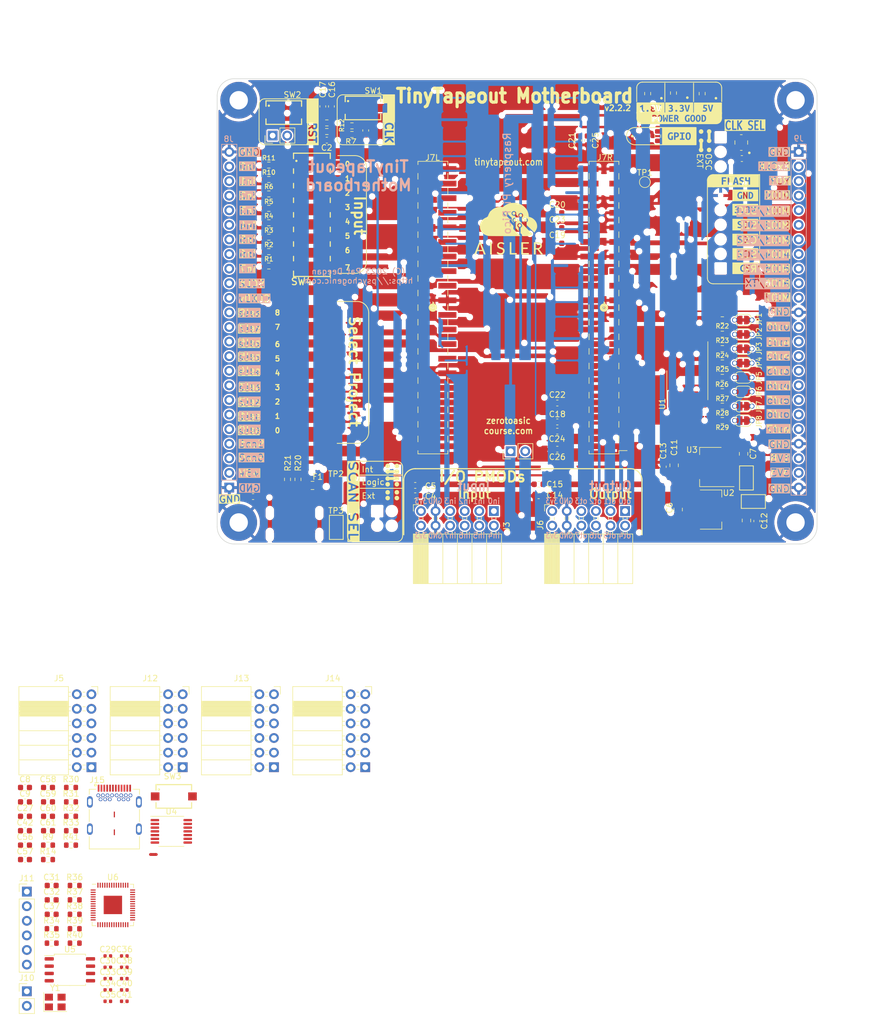
<source format=kicad_pcb>
(kicad_pcb (version 20221018) (generator pcbnew)
  (title_block (title "TinyTapeout 1,2,3 Motherboard ") (date "2023-10-01") (rev "2.2") (company "Psychogenic Technologies") (comment 1 "(C) 2023 Pat Deegan"))
  (layers (0 "F.Cu" signal) (31 "B.Cu" signal) (34 "B.Paste" user) (35 "F.Paste" user) (36 "B.SilkS" user "B.Silkscreen") (37 "F.SilkS" user "F.Silkscreen") (38 "B.Mask" user) (39 "F.Mask" user) (44 "Edge.Cuts" user))
  (net 0 "")
  (net 1 "GND")
  (net 2 "+5V")
  (net 3 "Net-(C1-Pad2)")
  (net 4 "gpio")
  (net 5 "Caravel_SCK")
  (net 6 "Caravel_D1")
  (net 7 "Caravel_D0")
  (net 8 "Caravel_CSB")
  (net 9 "xclk")
  (net 10 "+3.3V")
  (net 11 "~{project_rst}")
  (net 12 "+1V8")
  (net 13 "Net-(D1-A)")
  (net 14 "VBUS")
  (net 15 "Net-(C3-Pad1)")
  (net 16 "Net-(D2-A)")
  (net 17 "Net-(D3-A)")
  (net 18 "Net-(D4-A)")
  (net 19 "Net-(U6-XIN)")
  (net 20 "Net-(C30-Pad1)")
  (net 21 "/RP2040/DVDD")
  (net 22 "Net-(J4B-~{RST})")
  (net 23 "Net-(J1-Pin_2)")
  (net 24 "project_clk")
  (net 25 "usrclk2")
  (net 26 "mprj_io0")
  (net 27 "HK_SCK")
  (net 28 "HK_CSB")
  (net 29 "HK_SDI")
  (net 30 "HK_SDO")
  (net 31 "uio1")
  (net 32 "uio0")
  (net 33 "uio3")
  (net 34 "uio2")
  (net 35 "uio5")
  (net 36 "uio4")
  (net 37 "uio7")
  (net 38 "uio6")
  (net 39 "in0")
  (net 40 "mio33")
  (net 41 "in2")
  (net 42 "in1")
  (net 43 "in4")
  (net 44 "in3")
  (net 45 "in6")
  (net 46 "in5")
  (net 47 "out0")
  (net 48 "in7")
  (net 49 "out2")
  (net 50 "out1")
  (net 51 "out4")
  (net 52 "out3")
  (net 53 "out6")
  (net 54 "out5")
  (net 55 "ctrl_ena")
  (net 56 "out7")
  (net 57 "Net-(JP1-B)")
  (net 58 "Net-(JP2-B)")
  (net 59 "Net-(JP3-B)")
  (net 60 "Net-(JP4-B)")
  (net 61 "Net-(JP5-B)")
  (net 62 "Net-(JP6-B)")
  (net 63 "Net-(JP7-B)")
  (net 64 "Net-(JP8-B)")
  (net 66 "mio35")
  (net 67 "ctrl_sel_inc")
  (net 68 "mio37")
  (net 69 "~{ctrl_sel_rst}")
  (net 70 "/RP2040/SWDIO")
  (net 71 "/RP2040/SWCLK")
  (net 72 "Net-(R1-Pad2)")
  (net 73 "Net-(R2-Pad2)")
  (net 74 "Net-(R3-Pad2)")
  (net 75 "Net-(R4-Pad2)")
  (net 76 "Net-(R5-Pad2)")
  (net 77 "Net-(R6-Pad2)")
  (net 78 "RPIO29")
  (net 79 "/RP2040/RUN")
  (net 80 "boot_mode")
  (net 81 "/RP2040/QSPI_CLK")
  (net 82 "/RP2040/QSPI_SD0")
  (net 83 "/RP2040/QSPI_SD1")
  (net 85 "Net-(J15-CC1)")
  (net 86 "usb_d+")
  (net 87 "usb_d-")
  (net 89 "Net-(J15-CC2)")
  (net 91 "MUX_SEL")
  (net 92 "Net-(R12-Pad2)")
  (net 93 "Net-(R10-Pad2)")
  (net 94 "Net-(R11-Pad2)")
  (net 95 "Net-(R14-Pad1)")
  (net 96 "Net-(U1-A)")
  (net 97 "Net-(U1-B)")
  (net 98 "Net-(U1-C)")
  (net 99 "Net-(U1-D)")
  (net 100 "Net-(U1-E)")
  (net 101 "Net-(U1-F)")
  (net 102 "Net-(U1-G)")
  (net 103 "Net-(U1-DP)")
  (net 104 "/RP2040/QSPI_SD2")
  (net 105 "Net-(U6-XOUT)")
  (net 106 "/RP2040/QSPI_SD3")
  (net 107 "~{crst}{slash}out2")
  (net 108 "SDI{slash}out0")
  (net 109 "cena{slash}out3")
  (net 110 "SDO{slash}out1")
  (footprint "TinyTapeout:SolderJumper-2_Bridged_Throughole1" (layer "F.Cu") (at 148.145 110.51143 180)
    (fp_text reference "JP7")
    (fp_text value "SolderJumper_2_Bridged")
  )
  (footprint "Capacitor_SMD:C_0603_1608Metric" (layer "F.Cu") (at 119.46 64.25 90)
    (fp_text reference "C21")
    (fp_text value "10uF")
  )
  (footprint "Resistor_SMD:R_0603_1608Metric" (layer "F.Cu") (at 140.985 56.1 90)
    (fp_text reference "R15" hide)
    (fp_text value "1.2K")
  )
  (footprint "Connector_PinHeader_2.54mm:PinHeader_1x02_P2.54mm_Vertical" (layer "F.Cu") (at 66.16 63.4 90)
    (fp_text reference "J1" hide)
    (fp_text value "Conn_01x02")
  )
  (footprint "Capacitor_SMD:C_0603_1608Metric" (layer "F.Cu") (at 27.67 196.45)
    (fp_text reference "C32")
    (fp_text value "1uF")
  )
  (footprint "Capacitor_SMD:C_0603_1608Metric" (layer "F.Cu") (at 115.75 79.46)
    (fp_text reference "C23")
    (fp_text value "100nF")
  )
  (footprint "Capacitor_SMD:C_0402_1005Metric" (layer "F.Cu") (at 40.32 206.22)
    (fp_text reference "C36")
    (fp_text value "100nF")
  )
  (footprint "TinyTapeout:SolderJumper-2_Bridged_Throughole1" (layer "F.Cu") (at 148.145 95.51143 180)
    (fp_text reference "JP1")
    (fp_text value "SolderJumper_2_Bridged")
  )
  (footprint "Resistor_SMD:R_0603_1608Metric" (layer "F.Cu") (at 70.57 123.25 90)
    (fp_text reference "R20")
    (fp_text value "5.1k")
  )
  (footprint "MountingHole:MountingHole_3.2mm_M3_Pad" (layer "F.Cu") (at 60.25 57.25)
    (fp_text reference "MT3" hide)
    (fp_text value "MountingHole_Pad")
  )
  (footprint "Fiducial:Fiducial_1mm_Mask2mm" (layer "F.Cu") (at 152.5 133)
    (fp_text reference "FID3" hide)
    (fp_text value "Fiducial")
  )
  (footprint "Resistor_SMD:R_0603_1608Metric" (layer "F.Cu") (at 31.68 198.96)
    (fp_text reference "R38")
    (fp_text value "10k")
  )
  (footprint "TinyTapeout:PinSocket_2x06_P2.54mm_PMODHost1A" (layer "F.Cu") (at 66.39 160.65)
    (fp_text reference "J13")
    (fp_text value "613012243121")
  )
  (footprint "Capacitor_SMD:C_0805_2012Metric" (layer "F.Cu") (at 136.8 128.5 90)
    (fp_text reference "C6")
    (fp_text value "10uF")
  )
  (footprint "Resistor_SMD:R_0603_1608Metric" (layer "F.Cu") (at 65.5 76.07)
    (fp_text reference "R5")
    (fp_text value "1k")
  )
  (footprint "kibuzzard-63FCFA05" (layer "F.Cu") (at 148.5 86.5)
    (fp_text reference "kibuzzard-63FCFA05" hide)
    (fp_text value "G***" hide)
  )
  (footprint "Capacitor_SMD:C_0603_1608Metric" (layer "F.Cu") (at 23.02 186.92)
    (fp_text reference "C56")
    (fp_text value "100nF")
  )
  (footprint "Capacitor_SMD:C_0805_2012Metric" (layer "F.Cu") (at 148.2 118.8 -90)
    (fp_text reference "C7")
    (fp_text value "10uF")
  )
  (footprint "Resistor_SMD:R_0603_1608Metric" (layer "F.Cu") (at 79.975 63.2125)
    (fp_text reference "R7")
    (fp_text value "47k")
  )
  (footprint "Resistor_SMD:R_0603_1608Metric" (layer "F.Cu") (at 65.5 86.11)
    (fp_text reference "R1")
    (fp_text value "1k")
  )
  (footprint "Capacitor_SMD:C_0402_1005Metric" (layer "F.Cu") (at 37.45 206.22)
    (fp_text reference "C29")
    (fp_text value "6pF")
  )
  (footprint "Capacitor_SMD:C_0603_1608Metric" (layer "F.Cu") (at 115.75 114.86)
    (fp_text reference "C24")
    (fp_text value "100nF")
  )
  (footprint "Capacitor_SMD:C_0603_1608Metric" (layer "F.Cu") (at 23.02 176.88)
    (fp_text reference "C8")
    (fp_text value "100nF")
  )
  (footprint "kibuzzard-64031BAD" (layer "F.Cu") (at 146.4 71.3)
    (fp_text reference "kibuzzard-64031BAD" hide)
    (fp_text value "G***" hide)
  )
  (footprint "NetTie:NetTie-2_SMD_Pad0.5mm" (layer "F.Cu") (at 45.385 188.545)
    (fp_text reference "NT1" hide)
    (fp_text value "NetTie_2" hide)
  )
  (footprint "Crystal:Crystal_SMD_3225-4Pin_3.2x2.5mm" (layer "F.Cu") (at 28.29 214.23)
    (fp_text reference "Y1")
    (fp_text value "12.0MHz")
  )
  (footprint "TinyTapeout:TT_BREAKOUT_PINHEADER_PLACEHOLDER" (layer "F.Cu") (at 123.88 93.35)
    (fp_text reference "J7R")
    (fp_text value "2x20_P2.54mm_Pinheader" hide)
  )
  (footprint "Resistor_SMD:R_0603_1608Metric" (layer "F.Cu") (at 131.485 56.1 90)
    (fp_text reference "R18" hide)
    (fp_text value "0R")
  )
  (footprint "Capacitor_SMD:C_0603_1608Metric" (layer "F.Cu") (at 27.03 176.88)
    (fp_text reference "C58")
    (fp_text value "100nF")
  )
  (footprint "Capacitor_SMD:C_0603_1608Metric" (layer "F.Cu") (at 23.02 181.9)
    (fp_text reference "C27")
    (fp_text value "100nF")
  )
  (footprint "Resistor_SMD:R_0603_1608Metric" (layer "F.Cu") (at 65.5 68.54)
    (fp_text reference "R11")
    (fp_text value "1k")
  )
  (footprint "Capacitor_SMD:C_0603_1608Metric" (layer "F.Cu") (at 76.4 58.325 90)
    (fp_text reference "C16")
    (fp_text value "10uF")
  )
  (footprint "kibuzzard-63FCE867" (layer "F.Cu") (at 141.985 58.65)
    (fp_text reference "kibuzzard-63FCE867" hide)
    (fp_text value "G***" hide)
  )
  (footprint "Capacitor_SMD:C_0603_1608Metric" (layer "F.Cu") (at 91 126.1 180)
    (fp_text reference "C4")
    (fp_text value "100nF")
  )
  (footprint "Resistor_SMD:R_0603_1608Metric" (layer "F.Cu") (at 144.5 100.482858 180)
    (fp_text reference "R24")
    (fp_text value "68R")
  )
  (footprint "Resistor_SMD:R_0603_1608Metric" (layer "F.Cu") (at 144.5 95.47143 180)
    (fp_text reference "R22")
    (fp_text value "68R")
  )
  (footprint "TinyTapeout:SolderJumper-2_Bridged_Throughole1" (layer "F.Cu") (at 148.145 100.51143 180)
    (fp_text reference "JP3")
    (fp_text value "SolderJumper_2_Bridged")
  )
  (footprint "Resistor_SMD:R_0603_1608Metric" (layer "F.Cu") (at 65.5 81.09)
    (fp_text reference "R3")
    (fp_text value "1k")
  )
  (footprint "TinyTapeout:SolderJumper-2_Bridged_Throughole1" (layer "F.Cu") (at 148.145 113.01143 180)
    (fp_text reference "JP8")
    (fp_text value "SolderJumper_2_Bridged")
  )
  (footprint "Capacitor_SMD:C_0603_1608Metric" (layer "F.Cu") (at 75.6 64.2)
    (fp_text reference "C2")
    (fp_text value "100nF")
  )
  (footprint "TinyTapeout:PinSocket_2x06_P2.54mm_PMODHost1A" (layer "F.Cu") (at 50.49 160.65)
    (fp_text reference "J12")
    (fp_text value "613012243121")
  )
  (footprint "kibuzzard-63FCF9E0" (layer "F.Cu") (at 148.5 78.9)
    (fp_text reference "kibuzzard-63FCF9E0" hide)
    (fp_text value "G***" hide)
  )
  (footprint "Capacitor_SMD:C_0603_1608Metric" (layer "F.Cu") (at 115.75 113.25 180)
    (fp_text reference "C18")
    (fp_text value "100nF")
  )
  (footprint "Resistor_SMD:R_0603_1608Metric" (layer "F.Cu") (at 31.04 186.92)
    (fp_text reference "R41")
    (fp_text value "47R")
  )
  (footprint "Capacitor_SMD:C_0603_1608Metric" (layer "F.Cu") (at 23.02 184.41)
    (fp_text reference "C42")
    (fp_text value "1uF")
  )
  (footprint "TinyTapeout:434121025816" (layer "F.Cu") (at 68.1 59.4)
    (fp_text reference "SW2")
    (fp_text value "434121025816")
  )
  (footprint "Resistor_SMD:R_0603_1608Metric" (layer "F.Cu") (at 75.6 62.7 180)
    (fp_text reference "R8" hide)
    (fp_text value "10k")
  )
  (footprint "Capacitor_SMD:C_0603_1608Metric" (layer "F.Cu") (at 147.9 67.4 180)
    (fp_text reference "C28" hide)
    (fp_text value "100nF")
  )
  (footprint "TestPoint:TestPoint_Keystone_5019_Minature" (layer "F.Cu") (at 149.9 127.1)
    (fp_text reference "TP4" hide)
    (fp_text value "Keystone 5019")
  )
  (footprint "Capacitor_SMD:C_0402_1005Metric" (layer "F.Cu") (at 37.45 214.1)
    (fp_text reference "C35")
    (fp_text value "100nF")
  )
  (footprint "TinyTapeout:PinSocket_2x06_P2.54mm_PMODHost1A" (layer "F.Cu") (at 92 128.765 90)
    (fp_text reference "J3")
    (fp_text value "613012243121")
  )
  (footprint "kibuzzard-63FCF9EA" (layer "F.Cu") (at 148.5 81.5)
    (fp_text reference "kibuzzard-63FCF9EA" hide)
    (fp_text value "G***" hide)
  )
  (footprint "Connector_PinHeader_2.54mm:PinHeader_1x02_P2.54mm_Vertical" (layer "F.Cu") (at 107.625 118.35 90)
    (fp_text reference "J7" hide)
    (fp_text value "Conn_01x02")
  )
  (footprint "kibuzzard-63FE0D11" (layer "F.Cu") (at 137 63.5)
    (fp_text reference "kibuzzard-63FE0D11" hide)
    (fp_text value "G***" hide)
  )
  (footprint "Resistor_SMD:R_0603_1608Metric" (layer "F.Cu") (at 79.975 61.7125 180)
    (fp_text reference "R12")
    (fp_text value "10k")
  )
  (footprint "Capacitor_SMD:C_0603_1608Metric" (layer "F.Cu") (at 121 64.25 90)
    (fp_text reference "C25")
    (fp_text value "1uF")
  )
  (footprint "kibuzzard-63FCFA48" (layer "F.Cu") (at 148.5 73.81)
    (fp_text reference "kibuzzard-63FCFA48" hide)
    (fp_text value "G***" hide)
  )
  (footprint "MountingHole:MountingHole_3.2mm_M3_Pad" (layer "F.Cu") (at 157.25 57.25)
    (fp_text reference "MT4" hide)
    (fp_text value "MountingHole_Pad")
  )
  (footprint "Capacitor_SMD:C_0805_2012Metric" (layer "F.Cu") (at 136.1 120.8 90)
    (fp_text reference "C11")
    (fp_text value "22uF")
  )
  (footprint "MountingHole:MountingHole_3.2mm_M3_Pad" (layer "F.Cu") (at 157.25 130.75)
    (fp_text reference "MT2" hide)
    (fp_text value "MountingHole_Pad")
  )
  (footprint "Capacitor_SMD:C_0603_1608Metric" (layer "F.Cu") (at 91 124.3)
    (fp_text reference "C5")
    (fp_text value "1uF")
  )
  (footprint "Resistor_SMD:R_0603_1608Metric" (layer "F.Cu") (at 75.6 61.2)
    (fp_text reference "R13" hide)
    (fp_text value "1k")
  )
  (footprint "Resistor_SMD:R_0603_1608Metric" (layer "F.Cu") (at 68.75 123.25 90)
    (fp_text reference "R21")
    (fp_text value "5.1k")
  )
  (footprint "TinyTapeout:PinSocket_2x06_P2.54mm_PMODHost1A" (layer "F.Cu") (at 34.59 160.65)
    (fp_text reference "J5")
    (fp_text value "613012243121")
  )
  (footprint "Resistor_SMD:R_0603_1608Metric" (layer "F.Cu") (at 65.5 83.6)
    (fp_text reference "R2")
    (fp_text value "1k")
  )
  (footprint "TinyTapeout:418121270808" (layer "F.Cu") (at 73 77.2 -90)
    (fp_text reference "SW4")
    (fp_text value "418121270808")
  )
  (footprint "Resistor_SMD:R_0603_1608Metric" (layer "F.Cu") (at 133.25 63.5 -90)
    (fp_text reference "R19" hide)
    (fp_text value "510")
  )
  (footprint "TinyTapeout:SolderJumper-2_Bridged_Throughole1" (layer "F.Cu") (at 148.145 98.01143 180)
    (fp_text reference "JP2")
    (fp_text value "SolderJumper_2_Bridged")
  )
  (footprint "Capacitor_SMD:C_0402_1005Metric" (layer "F.Cu") (at 37.45 208.19)
    (fp_text reference "C30")
    (fp_text value "6pF")
  )
  (footprint "Resistor_SMD:R_0603_1608Metric" (layer "F.Cu") (at 144.5 110.505714 180)
    (fp_text reference "R28")
    (fp_text value "68R")
  )
  (footprint "Capacitor_SMD:C_0402_1005Metric" (layer "F.Cu") (at 40.32 210.16)
    (fp_text reference "C39")
    (fp_text value "100nF")
  )
  (footprint "Display_7Segment:KCSC02-106" (layer "F.Cu") (at 138.405 104.34143 90)
    (fp_text reference "U1")
    (fp_text value "157112V12700")
  )
  (footprint "TestPoint:TestPoint_Keystone_5019_Minature" (layer "F.Cu") (at 148.7 123 -90)
    (fp_text reference "TP5" hide)
    (fp_text value "Keystone 5019")
  )
  (footprint "Resistor_SMD:R_0603_1608Metric" (layer "F.Cu") (at 144.5 97.977144 180)
    (fp_text reference "R23")
    (fp_text value "68R")
  )
  (footprint "Capacitor_SMD:C_0402_1005Metric" (layer "F.Cu") (at 40.32 208.19)
    (fp_text reference "C38")
    (fp_text value "100nF")
  )
  (footprint "TinyTapeout:WURTH_632723X00011" (layer "F.Cu") (at 38.59 181.58)
    (fp_text reference "J15")
    (fp_text value "632723300011")
  )
  (footprint "Package_SO:SOIC-8_5.23x5.23mm_P1.27mm" (layer "F.Cu") (at 30.84 208.62)
    (fp_text reference "U5")
    (fp_text value "W25Q32JVSS")
  )
  (footprint "kibuzzard-63FCE859" (layer "F.Cu") (at 131.985 58.65)
    (fp_text reference "kibuzzard-63FCE859" hide)
    (fp_text value "G***" hide)
  )
  (footprint "Capacitor_SMD:C_0603_1608Metric" (layer "F.Cu") (at 27.67 198.96)
    (fp_text reference "C37")
    (fp_text value "1uF")
  )
  (footprint "Resistor_SMD:R_0603_1608Metric" (layer "F.Cu") (at 27.67 203.98)
    (fp_text reference "R35")
    (fp_text value "10k")
  )
  (footprint "Connector_PinHeader_2.54mm:PinHeader_1x02_P2.54mm_Vertical" (layer "F.Cu") (at 23.34 212.36)
    (fp_text reference "J10")
    (fp_text value "Conn_01x02")
  )
  (footprint "Package_DFN_QFN:QFN-56-1EP_7x7mm_P0.4mm_EP3.2x3.2mm" (layer "F.Cu") (at 38.33 197.33)
    (fp_text reference "U6")
    (fp_text value "RP2040")
  )
  (footprint "Capacitor_SMD:C_0402_1005Metric" (layer "F.Cu") (at 37.45 210.16)
    (fp_text reference "C33")
    (fp_text value "100nF")
  )
  (footprint "Resistor_SMD:R_0603_1608Metric" (layer "F.Cu") (at 144.5 108 180)
    (fp_text reference "R27")
    (fp_text value "68R")
  )
  (footprint "Capacitor_SMD:C_0603_1608Metric" (layer "F.Cu") (at 115.75 76.86)
    (fp_text reference "C20")
    (fp_text value "100nF")
  )
  (footprint "Capacitor_SMD:C_0603_1608Metric" (layer "F.Cu") (at 23.02 179.39)
    (fp_text reference "C9")
    (fp_text value "1uF")
  )
  (footprint "kibuzzard-63FCF9FA" (layer "F.Cu") (at 148.5 84)
    (fp_text reference "kibuzzard-63FCF9FA" hide)
    (fp_text value "G***" hide)
  )
  (footprint "Fuse:Fuse_0805_2012Metric" (layer "F.Cu") (at 73.1 124.3)
    (fp_text reference "F1")
    (fp_text value "350mA")
  )
  (footprint "Capacitor_SMD:C_0603_1608Metric" (layer "F.Cu") (at 150.5 130.5 -90)
    (fp_text reference "C12")
    (fp_text value "100nF")
  )
  (footprint "Resistor_SMD:R_0603_1608Metric" (layer "F.Cu") (at 31.68 203.98)
    (fp_text reference "R40")
    (fp_text value "10k")
  )
  (footprint "Resistor_SMD:R_0603_1608Metric" (layer "F.Cu") (at 31.68 196.45)
    (fp_text reference "R37")
    (fp_text value "1k")
  )
  (footprint "Capacitor_SMD:C_0603_1608Metric" (layer "F.Cu") (at 115.75 118)
    (fp_text reference "C26")
    (fp_text value "100nF")
  )
  (footprint "Capacitor_SMD:C_0603_1608Metric" (layer "F.Cu") (at 115.75 82.16)
    (fp_text reference "C19")
    (fp_text value "100nF")
  )
  (footprint "Oscillator:Oscillator_SMD_ECS_2520MV-xxx-xx-4Pin_2.5x2.0mm" (layer "F.Cu") (at 147.8 64.61 180)
    (fp_text reference "X1" hide)
    (fp_text value "10MHz")
  )
  (footprint "Capacitor_SMD:C_0603_1608Metric" (layer "F.Cu") (at 112.5 124.1)
    (fp_text reference "C15")
    (fp_text value "1uF")
  )
  (footprint "TinyTapeout:434121025816" (layer "F.Cu") (at 48.945 178.435)
    (fp_text reference "SW3")
    (fp_text value "434121025816")
  )
  (footprint "Resistor_SMD:R_0603_1608Metric" (layer "F.Cu") (at 62.75 124.75 180)
    (fp_text reference "R16" hide)
    (fp_text value "1M")
  )
  (footprint "Capacitor_SMD:C_0603_1608Metric" (layer "F.Cu") (at 74.9 58.325 90)
    (fp_text reference "C17")
    (fp_text value "1uF")
  )
  (footprint "Package_TO_SOT_SMD:SOT-223-3_TabPin2" (layer "F.Cu") (at 142.45 121.1 180)
    (fp_text reference "U3")
    (fp_text value "TLV1117LV18")
  )
  (footprint "Package_SO:TSSOP-14_4.4x5mm_P0.65mm" (layer "F.Cu") (at 48.51 184.52)
    (fp_text reference "U4")
    (fp_text value "74CBTLV3257")
  )
  (footprint "TinyTapeout:434121025816" (layer "F.Cu") (at 81.9 58.6)
    (fp_text reference "SW1")
    (fp_text value "434121025816")
  )
  (footprint "Capacitor_SMD:C_0603_1608Metric" (layer "F.Cu") (at 62.75 126.25 180)
    (fp_text reference "C3" hide)
    (fp_text value "6800pF")
  )
  (footprint "Fiducial:Fiducial_1mm_Mask2mm" (layer "F.Cu") (at 152 55.5)
    (fp_text reference "FID2" hide)
    (fp_text value "Fiducial")
  )
  (footprint "Resistor_SMD:R_0603_1608Metric" (layer "F.Cu") (at 135.985 56 90)
    (fp_text reference "R17" hide)
    (fp_text value "510")
  )
  (footprint "Capacitor_SMD:C_0402_1005Metric" (layer "F.Cu") (at 37.45 212.13)
    (fp_text reference "C34")
    (fp_text value "100nF")
  )
  (footprint "TinyTapeout:SolderJumper-2_Bridged_Throughole1" (layer "F.Cu") (at 148.145 105.51143 180)
    (fp_text reference "JP5")
    (fp_text value "SolderJumper_2_Bridged")
  )
  (footprint "Resistor_SMD:R_0603_1608Metric" (layer "F.Cu") (at 31.04 179.39)
    (fp_text reference "R31")
    (fp_text value "10k")
  )
  (footprint "LOGO" (layer "F.Cu") (at 107.25 78)
    (fp_text reference "G***" hide)
    (fp_text value "LOGO" hide)
  )
  (footprint "Capacitor_SMD:C_0603_1608Metric" (layer "F.Cu") (at 27.03 181.9)
    (fp_text reference "C60")
    (fp_text value "100nF")
  )
  (footprint "Package_TO_SOT_SMD:SOT-223-3_TabPin2" (layer "F.Cu") (at 142.5 128.5)
    (fp_text reference "U2")
    (fp_text value "TLV1117LV33")
  )
  (footprint "Resistor_SMD:R_0603_1608Metric" (layer "F.Cu") (at 144.5 102.988572 180)
    (fp_text reference "R25")
    (fp_text value "68R")
  )
  (footprint "TinyTapeout:PinSocket_2x06_P2.54mm_PMODHost1A" (layer "F.Cu") (at 82.29 160.65)
    (fp_text reference "J14")
    (fp_text value "613012243121")
  )
  (footprint "Fiducial:Fiducial_1mm_Mask2mm" (layer "F.Cu") (at 66 55.5)
    (fp_text reference "FID1" hide)
    (fp_text value "Fiducial")
  )
  (footprint "Resistor_SMD:R_0603_1608Metric" (layer "F.Cu") (at 144.5 113.01143 180)
    (fp_text reference "R29")
    (fp_text value "68R")
  )
  (footprint "Capacitor_SMD:C_0603_1608Metric" (layer "F.Cu") (at 27.03 184.41)
    (fp_text reference "C61")
    (fp_text value "1uF")
  )
  (footprint "Resistor_SMD:R_0603_1608Metric" (layer "F.Cu") (at 65.5 73.56)
    (fp_text reference "R6")
    (fp_text value "1k")
  )
  (footprint "TinyTapeout:SolderJumper-2_Bridged_Throughole1" (layer "F.Cu") (at 148.145 108.01143 180)
    (fp_text reference "JP6")
    (fp_text value "SolderJumper_2_Bridged")
  )
  (footprint "TinyTapeout:TT03_BREAKOUT_SMB" (layer "F.Cu") (at 108.975 93.35 180)
    (fp_text reference "J4" hide)
    (fp_text value "TT04_BREAKOUT")
  )
  (footprint "Connector_PinHeader_2.54mm:PinHeader_1x06_P2.54mm_Vertical" (layer "F.Cu") (at 23.34 195.01)
    (fp_text reference "J11")
    (fp_text value "Conn_01x06")
  )
  (footprint "kibuzzard-6404270D" (layer "F.Cu") (at 136.985 60.4)
    (fp_text reference "kibuzzard-6404270D" hide)
    (fp_text value "G***" hide)
  )
  (footprint "Resistor_SMD:R_0603_1608Metric" (layer "F.Cu") (at 65.5 71.05)
    (fp_text reference "R10")
    (fp_text value "1k")
  )
  (footprint "kibuzzard-63FCF9CF" (layer "F.Cu") (at 148.5 76.3)
    (fp_text reference "kibuzzard-63FCF9CF" hide)
    (fp_text value "G***" hide)
  )
  (footprint "LED_SMD:LED_0603_1608Metric" (layer "F.Cu") (at 137.5 56 90)
    (fp_text reference "D2" hide)
    (fp_text value "Yellow")
  )
  (footprint "Resistor_SMD:R_0603_1608Metric" (layer "F.Cu") (at 31.04 176.88)
    (fp_text reference "R30")
    (fp_text value "10k")
  )
  (footprint "Resistor_SMD:R_0603_1608Metric" (layer "F.Cu") (at 144.5 105.494286 180)
    (fp_text reference "R26")
    (fp_text value "68R")
  )
  (footprint "Capacitor_SMD:C_0402_1005Metric" (layer "F.Cu") (at 40.32 214.1)
    (fp_text reference "C41")
    (fp_text value "100nF")
  )
  (footprint "Capacitor_SMD:C_0603_1608Metric" (layer "F.Cu") (at 134.2 121.05 90)
    (fp_text reference "C13")
    (fp_text value "100nF")
  )
  (footprint "TinyTapeout:PinSocket_2x06_P2.54mm_PMODHost1A" (layer "F.Cu") (at 114.86 128.765 90)
    (fp_text reference "J6")
    (fp_text value "613012243121")
  )
  (footprint "TinyTapeout:SolderJumper-2_Bridged_Throughole1" (layer "F.Cu") (at 148.145 103.01143 180)
    (fp_text reference "JP4")
    (fp_text value "SolderJumper_2_Bridged")
  )
  (footprint "Capacitor_SMD:C_0603_1608Metric" (layer "F.Cu") (at 23.02 189.43)
    (fp_text reference "C57")
    (fp_text value "1uF")
  )
  (footprint "TestPoint:TestPoint_Keystone_5019_Minature" (layer "F.Cu") (at 77.25 131.6 90)
    (fp_text reference "TP3")
    (fp_text value "Keystone 5019")
  )
  (footprint "Capacitor_SMD:C_0603_1608Metric" (layer "F.Cu") (at 112.5 126.1 180)
    (fp_text reference "C14")
    (fp_text value "100nF")
  )
  (footprint "LED_SMD:LED_0603_1608Metric" (layer "F.Cu") (at 132.985 56.1 90)
    (fp_text reference "D3" hide)
    (fp_text value "Yellow")
  )
  (footprint "Resistor_SMD:R_0603_1608Metric" (layer "F.Cu") (at 27.67 201.47)
    (fp_text reference "R34")
    (fp_text value "10k")
  )
  (footprint "Resistor_SMD:R_0603_1608Metric" (layer "F.Cu") (at 27.03 186.92)
    (fp_text reference "R9")
    (fp_text value "10k")
  )
  (footprint "Resistor_SMD:R_0603_1608Metric" (layer "F.Cu") (at 31.04 184.41)
    (fp_text reference "R33")
    (fp_text value "10k")
  )
  (footprint "LED_SMD:LED_0603_1608Metric" (layer "F.Cu") (at 142.485 56.1 90)
    (fp_text reference "D1" hide)
    (fp_text value "Yellow")
  )
  (footprint "TestPoint:TestPoint_Pad_D1.5mm" (layer "F.Cu") (at 131 71.5)
    (fp_text reference "TP1")
    (fp_text value "TestPoint")
  )
  (footprint "Resistor_SMD:R_0603_1608Metric" (layer "F.Cu") (at 31.68 201.47)
    (fp_text reference "R39")
    (fp_text value "10k")
  )
  (footprint "Capacitor_SMD:C_0805_2012Metric" (layer "F.Cu") (at 148.7 130.4 -90)
    (fp_text reference "C10" hide)
    (fp_text value "22uF")
  )
  (footprint "TinyTapeout:TT_BREAKOUT_PINHEADER_PLACEHOLDER" (layer "F.Cu") (at 94.07 93.35)
    (fp_text reference "J7L")
    (fp_text value "2x20_P2.54mm_Pinheader" hide)
  )
  (footprint "LED_SMD:LED_0603_1608Metric" (layer "F.Cu") (at 130.5 63.5)
    (fp_text reference "D4" hide)
    (fp_text value "Yellow")
  )
  (footprint "Resistor_SMD:R_0603_1608Metric" (layer "F.Cu") (at 31.04 181.9)
    (fp_text reference "R32")
    (fp_text value "10k")
  )
  (footprint "MountingHole:MountingHole_3.2mm_M3_Pad" (layer "F.Cu") (at 60.25 130.75 90)
    (fp_text reference "MT1" hide)
    (fp_text value "MountingHole_Pad")
  )
  (footprint "Resistor_SMD:R_0603_1608Metric" (layer "F.Cu") (at 65.5 78.58)
    (fp_text reference "R4")
    (fp_text value "1k")
  )
  (footprint "Capacitor_SMD:C_0402_1005Metric" (layer "F.Cu") (at 40.32 212.13)
    (fp_text reference "C40")
    (fp_text value "100nF")
  )
  (footprint "Capacitor_SMD:C_0603_1608Metric" (layer "F.Cu") (at 82.375 62.5125 -90)
    (fp_text reference "C1")
    (fp_text value "1uF")
  )
  (footprint "TestPoint:TestPoint_Keystone_5019_Minature" (layer "F.Cu") (at 77.25 125.25 90)
    (fp_text reference "TP2")
    (fp_text value "Keystone 5019")
  )
  (footprint "Resistor_SMD:R_0603_1608Metric" (layer "F.Cu") (at 31.68 193.94)
    (fp_text reference "R36")
    (fp_text value "10k")
  )
  (footprint "Capacitor_SMD:C_0603_1608Metric" (layer "F.Cu") (at 27.03 179.39)
    (fp_text reference "C59")
    (fp_text value "1uF")
  )
  (footprint "LOGO" (layer "F.Cu") (at 107.25 82.75)
    (fp_text reference "G***" hide)
    (fp_text value "LOGO" hide)
  )
  (footprint "kibuzzard-63FCE860" (layer "F.Cu") (at 136.985 58.65)
    (fp_text reference "kibuzzard-63FCE860" hide)
    (fp_text value "G***" hide)
  )
  (footprint "Capacitor_SMD:C_0603_1608Metric" (layer "F.Cu") (at 27.67 193.94)
    (fp_text reference "C31")
    (fp_text value "100nF")
  )
  (footprint "Capacitor_SMD:C_0603_1608Metric" (layer "F.Cu") (at 115.75 109.96)
    (fp_text reference "C22")
    (fp_text value "100nF")
  )
  (footprint "Resistor_SMD:R_0603_1608Metric" (layer "F.Cu") (at 27.03 189.43)
    (fp_text reference "R14")
    (fp_text value "1k")
  )
  (footprint "Connector_PinHeader_2.54mm:PinHeader_1x24_P2.54mm_Vertical" (layer "B.Cu") (at 58.6 124.67)
    (fp_text reference "J8")
    (fp_text value "Conn_01x24")
  )
  (footprint "Connector_PinHeader_2.54mm:PinHeader_1x24_P2.54mm_Vertical" (layer "B.Cu") (at 157.8 66.24 180)
    (fp_text reference "J9")
    (fp_text value "Conn_01x24")
  )
  (gr_line (start 139.9 65) (end 139.9 62) (stroke (width 0.15)) (layer "F.SilkS"))
  (gr_circle (center 142.2 64.3) (end 142.2 64.1) (stroke (width 0.3)) (fill none) (layer "F.SilkS"))
  (gr_circle (center 86.2 121.9) (end 86.4 121.9) (stroke (width 0.3)) (fill none) (layer "F.SilkS"))
  (gr_circle (center 87.8 121.9) (end 88 121.9) (stroke (width 0.4)) (fill none) (layer "F.SilkS"))
  (gr_circle (center 87.8 126.5) (end 88 126.5) (stroke (width 0.4)) (fill none) (layer "F.SilkS"))
  (gr_line (start 87.8 134.1) (end 80.2 134.1) (stroke (width 0.15)) (layer "F.SilkS"))
  (gr_circle (center 87.8 120.9) (end 88 120.9) (stroke (width 0.3)) (fill none) (layer "F.SilkS"))
  (gr_line (start 78.400001 64.999999) (end 85.4 65) (stroke (width 0.15)) (layer "F.SilkS"))
  (gr_circle (center 140.8 62.7) (end 140.8 62.5) (stroke (width 0.3)) (fill none) (layer "F.SilkS"))
  (gr_line (start 77.4 92.28) (end 80.8 92.28) (stroke (width 0.15)) (layer "F.SilkS"))
  (gr_line (start 129.3 65) (end 139.8 65) (stroke (width 0.15)) (layer "F.SilkS"))
  (gr_circle (center 86.2 123.1) (end 86.4 123.1) (stroke (width 0.4)) (fill none) (layer "F.SilkS"))
  (gr_line (start 129.585 55.1) (end 129.585 57.5) (stroke (width 0.15)) (layer "F.SilkS"))
  (gr_circle (center 87.8 126.5) (end 88 126.5) (stroke (width 0.3)) (fill none) (layer "F.SilkS"))
  (gr_line (start 77.4 63.999999) (end 77.4 57.3) (stroke (width 0.15)) (layer "F.SilkS"))
  (gr_circle (center 86.2 126.5) (end 86.4 126.5) (stroke (width 0.3)) (fill none) (layer "F.SilkS"))
  (gr_circle (center 140.8 65.9) (end 140.8 65.7) (stroke (width 0.3)) (fill none) (layer "F.SilkS"))
  (gr_line (start 80.5 66.89) (end 77.5 66.89) (stroke (width 0.15)) (layer "F.SilkS"))
  (gr_line (start 78.4 56.3) (end 85.399999 56.299999) (stroke (width 0.15)) (layer "F.SilkS"))
  (gr_circle (center 142.2 65.9) (end 142.2 65.7) (stroke (width 0.3)) (fill none) (layer "F.SilkS"))
  (gr_poly (pts (xy 144.365 60.38) (xy 143.565 60.38) (xy 143.565 59.38) (xy 144.365 59.38)) (stroke (width 0.14)) (fill solid) (layer "F.SilkS"))
  (gr_poly (pts (xy 87.4 56.3) (xy 87.4 57.7) (xy 85.4 57.7) (xy 85.4 56.3)) (stroke (width 0.15)) (fill solid) (layer "F.SilkS"))
  (gr_circle (center 140.8 62.7) (end 140.8 62.5) (stroke (width 0.4)) (fill none) (layer "F.SilkS"))
  (gr_line (start 64.8 57) (end 74.1 57) (stroke (width 0.15)) (layer "F.SilkS"))
  (gr_circle (center 87.8 125.5) (end 88 125.5) (stroke (width 0.4)) (fill none) (layer "F.SilkS"))
  (gr_line (start 139.485 54.3) (end 139.485 57.5) (stroke (width 0.15)) (layer "F.SilkS"))
  (gr_arc (start 128.5 121.39) (mid 129.914214 121.975786) (end 130.5 123.39) (stroke (width 0.2)) (layer "F.SilkS"))
  (gr_circle (center 140.8 65.9) (end 140.8 65.7) (stroke (width 0.4)) (fill none) (layer "F.SilkS"))
  (gr_circle (center 142.2 65.9) (end 142.2 65.7) (stroke (width 0.4)) (fill none) (layer "F.SilkS"))
  (gr_arc (start 82.5 85.39) (mid 81.914214 86.804214) (end 80.5 87.39) (stroke (width 0.15)) (layer "F.SilkS"))
  (gr_line (start 130.5 132.89) (end 130.5 123.39) (stroke (width 0.2)) (layer "F.SilkS"))
  (gr_poly (pts (xy 130.405 60.39) (xy 129.605 60.39) (xy 129.605 59.39) (xy 130.405 59.39)) (stroke (width 0.14)) (fill solid) (layer "F.SilkS"))
  (gr_line (start 85.4 65) (end 85.4 59.6) (stroke (width 0.15)) (layer "F.SilkS"))
  (gr_line (start 88.8 121.1) (end 88.8 133.1) (stroke (width 0.15)) (layer "F.SilkS"))
  (gr_arc (start 129.585 55.1) (mid 129.877893 54.392893) (end 130.585 54.1) (stroke (width 0.15)) (layer "F.SilkS"))
  (gr_line (start 134.485 54.1) (end 130.585 54.1) (stroke (width 0.15)) (layer "F.SilkS"))
  (gr_line (start 129.3 62) (end 139.8 62) (stroke (width 0.15)) (layer "F.SilkS"))
  (gr_arc (start 79.2 121.1) (mid 79.492893 120.392893) (end 80.2 120.1) (stroke (width 0.15)) (layer "F.SilkS"))
  (gr_circle (center 86.2 125.5) (end 86.4 125.5) (stroke (width 0.4)) (fill none) (layer "F.SilkS"))
  (gr_line (start 151 89.17) (end 151 70.17) (stroke (width 0.15)) (layer "F.SilkS"))
  (gr_poly (pts (xy 141.9 71.45) (xy 141.9 72.35) (xy 143.1 72.35) (xy 143.1 71.45)) (stroke (width 0.0925)) (fill solid) (layer "F.SilkS"))
  (gr_line (start 144.385 55.1) (end 144.385 57.5) (stroke (width 0.15)) (layer "F.SilkS"))
  (gr_circle (center 86.2 123.1) (end 86.4 123.1) (stroke (width 0.3)) (fill none) (layer "F.SilkS"))
  (gr_circle (center 86.2 124.1) (end 86.4 124.1) (stroke (width 0.4)) (fill none) (layer "F.SilkS"))
  (gr_arc (start 88.8 133.1) (mid 88.507107 133.807107) (end 87.8 134.1) (stroke (width 0.15)) (layer "F.SilkS"))
  (gr_circle (center 86.2 120.9) (end 86.4 120.9) (stroke (width 0.3)) (fill none) (layer "F.SilkS"))
  (gr_circle (center 87.8 124.1) (end 88 124.1) (stroke (width 0.3)) (fill none) (layer "F.SilkS"))
  (gr_circle (center 86.2 125.5) (end 86.4 125.5) (stroke (width 0.3)) (fill none) (layer "F.SilkS"))
  (gr_line (start 80.9 116.98) (end 77.4 116.98) (stroke (width 0.15)) (layer "F.SilkS"))
  (gr_circle (center 86.2 124.1) (end 86.4 124.1) (stroke (width 0.3)) (fill none) (layer "F.SilkS"))
  (gr_circle (center 87.8 125.5) (end 88 125.5) (stroke (width 0.3)) (fill none) (layer "F.SilkS"))
  (gr_line (start 139.485 54.1) (end 143.385 54.1) (stroke (width 0.15)) (layer "F.SilkS"))
  (gr_circle (center 86.2 126.5) (end 86.4 126.5) (stroke (width 0.4)) (fill none) (layer "F.SilkS"))
  (gr_circle (center 142.2 64.3) (end 142.2 64.1) (stroke (width 0.4)) (fill none) (layer "F.SilkS"))
  (gr_arc (start 78.400001 64.999999) (mid 77.692894 64.707106) (end 77.400001 63.999999) (stroke (width 0.15)) (layer "F.SilkS"))
  (gr_line (start 141.9 71.2) (end 141.900001 88.199999) (stroke (width 0.15)) (layer "F.SilkS"))
  (gr_line (start 80.2 120.1) (end 87.8 120.1) (stroke (width 0.15)) (layer "F.SilkS"))
  (gr_line (start 86.2 121.9) (end 87.8 121.9) (stroke (width 0.5)) (layer "F.SilkS"))
  (gr_arc (start 141.9 71.2) (mid 142.192893 70.492893) (end 142.9 70.2) (stroke (width 0.15)) (layer "F.SilkS"))
  (gr_line (start 86.2 123.1) (end 87.8 123.1) (stroke (width 0.5)) (layer "F.SilkS"))
  (gr_line (start 142.2 64.3) (end 142.2 62.7) (stroke (width 0.5)) (layer "F.SilkS"))
  (gr_arc (start 142.900001 89.199999) (mid 142.192894 88.907106) (end 141.900001 88.199999) (stroke (width 0.15)) (layer "F.SilkS"))
  (gr_circle (center 140.8 64.3) (end 140.8 64.1) (stroke (width 0.4)) (fill none) (layer "F.SilkS"))
  (gr_line (start 64.800001 64.999999) (end 74.1 64.999999) (stroke (width 0.15)) (layer "F.SilkS"))
  (gr_line (start 128.5 121.39) (end 91 121.39) (stroke (width 0.2)) (layer "F.SilkS"))
  (gr_line (start 134.485 57.5) (end 134.485 54.3) (stroke (width 0.15)) (layer "F.SilkS"))
  (gr_arc (start 129.3 65) (mid 127.8 63.5) (end 129.3 62) (stroke (width 0.15)) (layer "F.SilkS"))
  (gr_line (start 89 123.39) (end 89 132.89) (stroke (width 0.2)) (layer "F.SilkS"))
  (gr_line (start 142.900001 89.199999) (end 150.9 89.2) (stroke (width 0.15)) (layer "F.SilkS"))
  (gr_arc (start 82.9 114.98) (mid 82.314214 116.394214) (end 80.9 116.98) (stroke (width 0.15)) (layer "F.SilkS"))
  (gr_circle (center 87.8 121.9) (end 88 121.9) (stroke (width 0.3)) (fill none) (layer "F.SilkS"))
  (gr_line (start 134.485 54.1) (end 139.485 54.1) (stroke (width 0.15)) (layer "F.SilkS"))
  (gr_line (start 88.8 122.5) (end 81.3 122.5) (stroke (width 0.15)) (layer "F.SilkS"))
  (gr_arc (start 64.800001 64.999999) (mid 64.092894 64.707106) (end 63.800001 63.999999) (stroke (width 0.15)) (layer "F.SilkS"))
  (gr_circle (center 140.8 64.3) (end 140.8 64.1) (stroke (width 0.3)) (fill none) (layer "F.SilkS"))
  (gr_line (start 88.8 124.8) (end 81.4 124.8) (stroke (width 0.15)) (layer "F.SilkS"))
  (gr_arc (start 143.385 54.1) (mid 144.092107 54.392893) (end 144.385 55.1) (stroke (width 0.15)) (layer "F.SilkS"))
  (gr_line (start 63.8 63.999999) (end 63.8 58.000001) (stroke (width 0.15)) (layer "F.SilkS"))
  (gr_circle (center 86.2 121.9) (end 86.4 121.9) (stroke (width 0.4)) (fill none) (layer "F.SilkS"))
  (gr_arc (start 89 123.39) (mid 89.585786 121.975786) (end 91 121.39) (stroke (width 0.2)) (layer "F.SilkS"))
  (gr_circle (center 86.2 120.9) (end 86.4 120.9) (stroke (width 0.4)) (fill none) (layer "F.SilkS"))
  (gr_arc (start 80.2 134.1) (mid 79.492893 133.807107) (end 79.2 133.1) (stroke (width 0.15)) (layer "F.SilkS"))
  (gr_line (start 77.5 87.39) (end 80.5 87.39) (stroke (width 0.15)) (layer "F.SilkS"))
  (gr_arc (start 80.9 92.28) (mid 82.314214 92.865786) (end 82.9 94.28) (stroke (width 0.15)) (layer "F.SilkS"))
  (gr_circle (center 142.2 62.7) (end 142.2 62.5) (stroke (width 0.4)) (fill none) (layer "F.SilkS"))
  (gr_poly (pts (xy 74.05 57.1) (xy 74.05 61.2) (xy 72.15 61.2) (xy 72.15 57.1)) (stroke (width 0.15)) (fill solid) (layer "F.SilkS"))
  (gr_arc (start 77.4 57.3) (mid 77.692893 56.592893) (end 78.4 56.3) (stroke (width 0.15)) (layer "F.SilkS"))
  (gr_line (start 79.2 133.1) (end 79.2 121.1) (stroke (width 0.15)) (layer "F.SilkS"))
  (gr_arc (start 80.5 66.89) (mid 81.914214 67.475786) (end 82.5 68.89) (stroke (width 0.15)) (layer "F.SilkS"))
  (gr_line (start 82.9 94.28) (end 82.9 114.98) (stroke (width 0.15)) (layer "F.SilkS"))
  (gr_line (start 74.1 65) (end 74.1 57) (stroke (width 0.15)) (layer "F.SilkS"))
  (gr_arc (start 87.8 120.1) (mid 88.507107 120.392893) (end 88.8 121.1) (stroke (width 0.15)) (layer "F.SilkS"))
  (gr_circle (center 87.8 123.1) (end 88 123.1) (stroke (width 0.4)) (fill none) (layer "F.SilkS"))
  (gr_line (start 142.9 70.2) (end 150.9 70.2) (stroke (width 0.15)) (layer "F.SilkS"))
  (gr_circle (center 87.8 124.1) (end 88 124.1) (stroke (width 0.4)) (fill none) (layer "F.SilkS"))
  (gr_circle (center 142.2 62.7) (end 142.2 62.5) (stroke (width 0.3)) (fill none) (layer "F.SilkS"))
  (gr_poly (pts (xy 87.4 57.8) (xy 87.4 59.4) (xy 86.2 59.4) (xy 86.2 57.8)) (stroke (width 0.15)) (fill solid) (layer "F.SilkS"))
  (gr_poly (pts (xy 87.4 59.5) (xy 87.4 61) (xy 85.5 61) (xy 85.5 59.5)) (stroke (width 0.15)) (fill solid) (layer "F.SilkS"))
  (gr_line (start 82.5 68.89) (end 82.5 85.39) (stroke (width 0.15)) (layer "F.SilkS"))
  (gr_circle (center 87.8 120.9) (end 88 120.9) (stroke (width 0.4)) (fill none) (layer "F.SilkS"))
  (gr_arc (start 63.800001 58.000001) (mid 64.092894 57.292894) (end 64.800001 57.000001) (stroke (width 0.15)) (layer "F.SilkS"))
  (gr_circle (center 87.8 123.1) (end 88 123.1) (stroke (width 0.3)) (fill none) (layer "F.SilkS"))
  (gr_poly (pts (xy 74.05 64.8) (xy 74.05 65) (xy 72.15 65) (xy 72.15 64.8)) (stroke (width 0.15)) (fill solid) (layer "F.SilkS"))
  (gr_line (start 140.8 65.9) (end 140.8 64.3) (stroke (width 0.5)) (layer "F.SilkS"))
  (gr_poly (pts (xy 87.4 64.8) (xy 87.4 65) (xy 85.5 65) (xy 85.5 64.8)) (stroke (width 0.15)) (fill solid) (layer "F.SilkS"))
  (gr_arc (start 158 53.5) (mid 160.12132 54.37868) (end 161 56.5) (stroke (width 0.1)) (layer "Edge.Cuts"))
  (gr_line (start 59.5 53.5) (end 158 53.5) (stroke (width 0.1)) (layer "Edge.Cuts"))
  (gr_line (start 158 134.5) (end 59.5 134.5) (stroke (width 0.1)) (layer "Edge.Cuts"))
  (gr_line (start 161 56.5) (end 161 131.5) (stroke (width 0.1)) (layer "Edge.Cuts"))
  (gr_arc (start 59.5 134.5) (mid 57.37868 133.62132) (end 56.5 131.5) (stroke (width 0.1)) (layer "Edge.Cuts"))
  (gr_arc (start 56.5 56.5) (mid 57.37868 54.37868) (end 59.5 53.5) (stroke (width 0.1)) (layer "Edge.Cuts"))
  (gr_line (start 56.5 131.5) (end 56.5 56.5) (stroke (width 0.1)) (layer "Edge.Cuts"))
  (gr_arc (start 161 131.5) (mid 160.12132 133.62132) (end 158 134.5) (stroke (width 0.1)) (layer "Edge.Cuts"))
  (gr_text "+5V" (at 64.099999 122.9) (layer "B.SilkS" knockout) (effects (font (size 1.2 1.2) (thickness 0.2) bold) (justify left bottom mirror)))
  (gr_text "sel7" (at 64.2 97.6) (layer "B.SilkS" knockout) (effects (font (size 1.2 1.2) (thickness 0.2) bold) (justify left bottom mirror)))
  (gr_text "GND" (at 94.5 133.6) (layer "B.SilkS") (effects (font (size 1 0.8)) (justify bottom mirror)))
  (gr_text "in5" (at 63.342857 82.2) (layer "B.SilkS" knockout) (effects (font (size 1.2 1.2) (thickness 0.2) bold) (justify left bottom mirror)))
  (gr_text "MIO1/SDO" (at 156.3 77.2) (layer "B.SilkS" knockout) (effects (font (size 1.2 1.2) (thickness 0.2) bold) (justify left bottom mirror)))
  (gr_text "GND" (at 152.4 117.9) (layer "B.SilkS" knockout) (effects (font (size 1.2 1.2) (thickness 0.2) bold) (justify right bottom mirror)))
  (gr_text "CLKDv" (at 65.9 92.5) (layer "B.SilkS" knockout) (effects (font (size 1.2 1.2) (thickness 0.2) bold) (justify left bottom mirror)))
  (gr_text "GND" (at 117.3 133.6) (layer "B.SilkS") (effects (font (size 1 0.8)) (justify bottom mirror)))
  (gr_text "TinyTapeout\nMotherboard" (at 81.1 73.2) (layer "B.SilkS") (effects (font (size 2 2) (thickness 0.4) bold) (justify bottom mirror)))
  (gr_text "sel4" (at 64.2 105) (layer "B.SilkS" knockout) (effects (font (size 1.2 1.2) (thickness 0.2) bold) (justify left bottom mirror)))
  (gr_text "MIO5/RX" (at 156.3 87.3) (layer "B.SilkS" knockout) (effects (font (size 1.2 1.2) (thickness 0.2) bold) (justify left bottom mirror)))
  (gr_text "ot3" (at 119.9 127.6) (layer "B.SilkS") (effects (font (size 1 0.9)) (justify bottom mirror)))
  (gr_text "Scn1" (at 64.842856 117.8) (layer "B.SilkS" knockout) (effects (font (size 1.2 1.2) (thickness 0.2) bold) (justify left bottom mirror)))
  (gr_text "in1" (at 63.342857 72.1) (layer "B.SilkS" knockout) (effects (font (size 1.2 1.2) (thickness 0.2) bold) (justify left bottom mirror)))
  (gr_text "out7" (at 152.057144 115.2) (layer "B.SilkS" knockout) (effects (font (size 1.2 1.2) (thickness 0.2) bold) (justify right bottom mirror)))
  (gr_text "in4" (at 63.342857 79.8) (layer "B.SilkS" knockout) (effects (font (size 1.2 1.2) (thickness 0.2) bold) (justify left bottom mirror)))
  (gr_text "MIO7" (at 151.714285 92.3) (layer "B.SilkS" knockout) (effects (font (size 1.2 1.2) (thickness 0.2) bold) (justify right bottom mirror)))
  (gr_text "in2" (at 63.342857 74.6) (layer "B.SilkS" knockout) (effects (font (size 1.2 1.2) (thickness 0.2) bold) (justify left bottom mirror)))
  (gr_text "in6" (at 63.342857 84.7) (layer "B.SilkS" knockout) (effects (font (size 1.2 1.2) (thickness 0.2) bold) (justify left bottom mirror)))
  (gr_text "MIO4/SCK" (at 156.3 84.8) (layer "B.SilkS" knockout) (effects (font (size 1.2 1.2) (thickness 0.2) bold) (justify left bottom mirror)))
  (gr_text "MIO2/SDI" (at 156.3 79.7) (layer "B.SilkS" knockout) (effects (font (size 1.2 1.2) (thickness 0.2) bold) (justify left bottom mirror)))
  (gr_text "in7" (at 97.1 133.6) (layer "B.SilkS") (effects (font (size 1 0.9)) (justify bottom mirror)))
  (gr_text "out0" (at 152.057144 97.4) (layer "B.SilkS" knockout) (effects (font (size 1.2 1.2) (thickness 0.2) bold) (justify right bottom mirror)))
  (gr_text "in2" (at 99.6 127.6) (layer "B.SilkS") (effects (font (size 1 0.9)) (justify bottom mirror)))
  (gr_text "ot5" (at 124.9 133.6) (layer "B.SilkS") (effects (font (size 1 0.9)) (justify bottom mirror)))
  (gr_text "GND" (at 64.1 125.5) (layer "B.SilkS" knockout) (effects (font (size 1.2 1.2) (thickness 0.2) bold) (justify left bottom mirror)))
  (gr_text "GND" (at 64.1 67) (layer "B.SilkS" knockout) (effects (font (size 1.2 1.2) (thickness 0.2) bold) (justify left bottom mirror)))
  (gr_text "sel1" (at 64.2 112.9) (layer "B.SilkS" knockout) (effects (font (size 1.2 1.2) (thickness 0.2) bold) (justify left bottom mirror)))
  (gr_text "ot2" (at 122.4 127.6) (layer "B.SilkS") (effects (font (size 1 0.9)) (justify bottom mirror)))
  (gr_text "1V8" (at 152.742858 120.3) (layer "B.SilkS" knockout) (effects (font (size 1.2 1.2) (thickness 0.2) bold) (justify right bottom mirror)))
  (gr_text "GND" (at 152.4 125.6) (layer "B.SilkS" knockout) (effects (font (size 1.2 1.2) (thickness 0.2) bold) (justify right bottom mirror)))
  (gr_text "in7" (at 63.342857 87.3) (layer "B.SilkS" knockout) (effects (font (size 1.2 1.2) (thickness 0.2) bold) (justify left bottom mirror)))
  (gr_text "sel0" (at 64.2 115.3) (layer "B.SilkS" knockout) (effects (font (size 1.2 1.2) (thickness 0.2) bold) (justify left bottom mirror)))
  (gr_text "ot7" (at 119.9 133.6) (layer "B.SilkS") (effects (font (size 1 0.9)) (justify bottom mirror)))
  (gr_text "3v3" (at 92 127.6) (layer "B.SilkS") (effects (font (size 1 0.8)) (justify bottom mirror)))
  (gr_text "in3" (at 97.1 127.6) (layer "B.SilkS") (effects (font (size 1 0.9)) (justify bottom mirror)))
  (gr_text "3V3" (at 152.742858 122.8) (layer "B.SilkS" knockout) (effects (font (size 1.2 1.2) (thickness 0.2) bold) (justify right bottom mirror)))
  (gr_text "SCLK" (at 64.9 89.9) (layer "B.SilkS" knockout) (effects (font (size 1.2 1.2) (thickness 0.2) bold) (justify left bottom mirror)))
  (gr_text "3v3" (at 92 133.6) (layer "B.SilkS") (effects (font (size 1 0.8)) (justify bottom mirror)))
  (gr_text "Raspberry Pi Pico" (at 107.75 62.75 90) (layer "B.SilkS") (effects (font (size 1.3 1.3) (thickness 0.2)) (justify left bottom mirror)))
  (gr_text "ExCLK" (at 150.628571 69.5) (layer "B.SilkS" knockout) (effects (font (size 1.2 1.2) (thickness 0.2) bold) (justify right bottom mirror)))
  (gr_text "in1" (at 102.1 127.6) (layer "B.SilkS") (effects (font (size 1 0.9)) (justify bottom mirror)))
  (gr_text "out1" (at 152.057144 100.1) (layer "B.SilkS" knockout) (effects (font (size 1.2 1.2) (thickness 0.2) bold) (justify right bottom mirror)))
  (gr_text "sel3" (at 64.2 107.8) (layer "B.SilkS" knockout) (effects (font (size 1.2 1.2) (thickness 0.2) bold) (justify left bottom mirror)))
  (gr_text "sel2" (at 64.2 110.4) (layer "B.SilkS" knockout) (effects (font (size 1.2 1.2) (thickness 0.2) bold) (justify left bottom mirror)))
  (gr_text "in4" (at 104.7 133.6) (layer "B.SilkS") (effects (font (size 1 0.9)) (justify bottom mirror)))
  (gr_text "RDY" (at 152.628572 72) (layer "B.SilkS" knockout) (effects (font (size 1.2 1.2) (thickness 0.2) bold) (justify right bottom mirror)))
  (gr_text "out6" (at 152.057144 112.6) (layer "B.SilkS" knockout) (effects (font (size 1.2 1.2) (thickness 0.2) bold) (justify right bottom mirror)))
  (gr_text "Scn0" (at 64.842856 120.2) (layer "B.SilkS" knockout) (effects (font (size 1.2 1.2) (thickness 0.2) bold) (justify left bottom mirror)))
  (gr_text "ot6" (at 122.4 133.6) (layer "B.SilkS") (effects (font (size 1 0.9)) (justify bottom mirror)))
  (gr_text "out3" (at 152.057144 105.1) (layer "B.SilkS" knockout) (effects (font (size 1.2 1.2) (thickness 0.2) bold) (justify right bottom mirror)))
  (gr_text "out5" (at 152.057144 110.2) (layer "B.SilkS" knockout) (effects (font (size 1.2 1.2) (thickness 0.2) bold) (justify right bottom mirror)))
  (gr_text "sel5" (at 64.2 102.5) (layer "B.SilkS" knockout) (effects (font (size 1.2 1.2) (thickness 0.2) bold) (justify left bottom mirror)))
  (gr_text "GND" (at 94.5 127.6) (layer "B.SilkS") (effects (font (size 1 0.8)) (justify bottom mirror)))
  (gr_text "GND" (at 152.4 67) (layer "B.SilkS" knockout) (effects (font (size 1.2 1.2) (thickness 0.2) bold) (justify right bottom mirror)))
  (gr_text "3v3" (at 114.8 133.6) (layer "B.SilkS") (effects (font (size 1 0.8)) (justify bottom mirror)))
  (gr_text "Output" (at 125 124.4) (layer "B.SilkS") (effects (font (size 1.6 1.5) (thickness 0.3) bold) (justify mirror)))
  (gr_text "ot1" (at 124.9 127.6) (layer "B.SilkS") (effects (font (size 1 0.9)) (justify bottom mirror)))
  (gr_text "out2" (at 152.057144 102.5) (layer "B.SilkS" knockout) (effects (font (size 1.2 1.2) (thickness 0.2) bold) (justify right bottom mirror)))
  (gr_text "(C) 2023 Pat Deegan\nhttps://psychogenic.com" (at 81.1 89.25) (layer "B.SilkS") (effects (font (size 1 1)) (justify bottom mirror)))
  (gr_text "in0" (at 63.342857 69.5) (layer "B.SilkS" knockout) (effects (font (size 1.2 1.2) (thickness 0.2) bold) (justify left bottom mirror)))
  (gr_text "in5" (at 102.1 133.6) (layer "B.SilkS") (effects (font (size 1 0.9)) (justify bottom mirror)))
  (gr_text "GND" (at 152.4 94.8) (layer "B.SilkS" knockout) (effects (font (size 1.2 1.2) (thickness 0.2) bold) (justify right bottom mirror)))
  (gr_text "ot4" (at 127.5 133.6) (layer "B.SilkS") (effects (font (size 1 0.9)) (justify bottom mirror)))
  (gr_text "in0" (at 104.7 127.6) (layer "B.SilkS") (effects (font (size 1 0.9)) (justify bottom mirror)))
  (gr_text "sel6" (at 64.2 100.1) (layer "B.SilkS" knockout) (effects (font (size 1.2 1.2) (thickness 0.2) bold) (justify left bottom mirror)))
  (gr_text "3v3" (at 114.8 127.6) (layer "B.SilkS") (effects (font (size 1 0.8)) (justify bottom mirror)))
  (gr_text "in6" (at 99.6 133.6) (layer "B.SilkS") (effects (font (size 1 0.9)) (justify bottom mirror)))
  (gr_text "MIO6/TX" (at 156.3 89.8) (layer "B.SilkS" knockout) (effects (font (size 1.2 1.2) (thickness 0.2) bold) (justify left bottom mirror)))
  (gr_text "MIO0" (at 156.3 74.5) (layer "B.SilkS" knockout) (effects (font (size 1.2 1.2) (thickness 0.2) bold) (justify left bottom mirror)))
  (gr_text "sel8" (at 64.2 95) (layer "B.SilkS" knockout) (effects (font (size 1.2 1.2) (thickness 0.2) bold) (justify left bottom mirror)))
  (gr_text "in3" (at 63.342857 77.2) (layer "B.SilkS" knockout) (effects (font (size 1.2 1.2) (thickness 0.2) bold) (justify left bottom mirror)))
  (gr_text "ot0" (at 127.5 127.6) (layer "B.SilkS") (effects (font (size 1 0.9)) (justify bottom mirror)))
  (gr_text "out4" (at 152.057144 107.7) (layer "B.SilkS" knockout) (effects (font (size 1.2 1.2) (thickness 0.2) bold) (justify right bottom mirror)))
  (gr_text "Input " (at 100.6 124.4) (layer "B.SilkS") (effects (font (size 1.6 1.5) (thickness 0.3) bold) (justify mirror)))
  (gr_text "GND" (at 117.3 127.6) (layer "B.SilkS") (effects (font (size 1 0.8)) (justify bottom mirror)))
  (gr_text "MIO3/CSB" (at 156.3 82.3) (layer "B.SilkS" knockout) (effects (font (size 1.2 1.2) (thickness 0.2) bold) (justify left bottom mirror)))
  (gr_text "6" (at 79.2 83.39) (layer "F.SilkS") (effects (font (size 0.9 0.9) (thickness 0.2))))
  (gr_text "CLK" (at 85.65 62.9 270) (layer "F.SilkS" knockout) (effects (font (size 1.3 1.3) (thickness 0.3) bold) (justify bottom)))
  (gr_text "CLK SEL" (at 144.8 62.5) (layer "F.SilkS" knockout) (effects (font (size 1.45 1.1) (thickness 0.25)) (justify left bottom)))
  (gr_text "in0" (at 60.2 69.5) (layer "F.SilkS" knockout) (effects (font (size 1.2 1.2) (thickness 0.2) bold) (justify left bottom)))
  (gr_text "MIO1" (at 156.4 77.2) (layer "F.SilkS" knockout) (effects (font (size 1.2 1.2) (thickness 0.2) bold) (justify right bottom)))
  (gr_text "GND" (at 156.4 125.6) (layer "F.SilkS" knockout) (effects (font (size 1.2 1.2) (thickness 0.2) bold) (justify right bottom)))
  (gr_text "MIO6" (at 156.4 90) (layer "F.SilkS" knockout) (effects (font (size 1.2 1.2) (thickness 0.2) bold) (justify right bottom)))
  (gr_text "GND" (at 156.4 117.9) (layer "F.SilkS" knockout) (effects (font (size 1.2 1.2) (thickness 0.2) bold) (justify right bottom)))
  (gr_text "in7" (at 60.2 87.3) (layer "F.SilkS" knockout) (effects (font (size 1.2 1.2) (thickness 0.2) bold) (justify left bottom)))
  (gr_text "sel4" (at 60 105.2) (layer "F.SilkS" knockout) (effects (font (size 1.2 1.2) (thickness 0.2) bold) (justify left bottom)))
  (gr_text "out1" (at 156.4 100.1) (layer "F.SilkS" knockout) (effects (font (size 1.2 1.2) (thickness 0.2) bold) (justify right bottom)))
  (gr_text "sel7" (at 60 97.8) (layer "F.SilkS" knockout) (effects (font (size 1.2 1.2) (thickness 0.2) bold) (justify left bottom)))
  (gr_text "in1" (at 60.2 72.1) (layer "F.SilkS" knockout) (effects (font (size 1.2 1.2) (thickness 0.2) bold) (justify left bottom)))
  (gr_text "3" (at 67 107.24) (layer "F.SilkS") (effects (font (size 0.9 0.9) (thickness 0.2))))
  (gr_text "GND" (at 56.7 127.4) (layer "F.SilkS" knockout) (effects (font (size 1.2 1.2) (thickness 0.2) bold) (justify left bottom)))
  (gr_text "MIO4" (at 156.4 84.8) (layer "F.SilkS" knockout) (effects (font (size 1.2 1.2) (thickness 0.2) bold) (justify right bottom)))
  (gr_text "sel8" (at 60 95) (layer "F.SilkS" knockout) (effects (font (size 1.2 1.2) (thickness 0.2) bold) (justify left bottom)))
  (gr_text "EXT" (at 140 66.4 270) (layer "F.SilkS") (effects (font (size 1 1)) (justify left bottom)))
  (gr_text "out4" (at 156.4 107.7) (layer "F.SilkS" knockout) (effects (font (size 1.2 1.2) (thickness 0.2) bold) (justify right bottom)))
  (gr_text "Input " (at 81.3 77.99 -90) (layer "F.SilkS") (effects (font (size 1.8 1.8) (thickness 0.36) bold)))
  (gr_text " RST " (at 72.3 62.9 270) (layer "F.SilkS" knockout) (effects (font (size 1.3 1.3) (thickness 0.3) bold) (justify bottom)))
  (gr_text "GND" (at 156.4 94.8) (layer "F.SilkS" knockout) (effects (font (size 1.2 1.2) (thickness 0.2) bold) (justify right bottom)))
  (gr_text "sel0" (at 60 115.5) (layer "F.SilkS" knockout) (effects (font (size 1.2 1.2) (thickness 0.2) bold) (justify left bottom)))
  (gr_text "+5V" (at 60.1 122.9) (layer "F.SilkS" knockout) (effects (font (size 1.2 1.2) (thickness 0.2) bold) (justify left bottom)))
  (gr_text "tinytapeout.com" (at 107.25 68) (layer "F.SilkS") (effects (font (size 1.2 1) (thickness 0.17))))
  (gr_text "v2.2.2" (at 128.7 59.2) (layer "F.SilkS") (effects (font (size 1 1) (thickness 0.2) bold) (justify right bottom)))
  (gr_text "CLKDv" (at 60.1 92.5) (layer "F.SilkS" knockout) (effects (font (size 1.2 1.2) (thickness 0.2) bold) (justify left bottom)))
  (gr_text "0" (at 67 114.74) (layer "F.SilkS") (effects (font (size 0.9 0.9) (thickness 0.2))))
  (gr_text "4" (at 79.2 78.39) (layer "F.SilkS") (effects (font (size 0.9 0.9) (thickness 0.2))))
  (gr_text "7" (at 67 96.74) (layer "F.SilkS") (effects (font (size 0.9 0.9) (thickness 0.2))))
  (gr_text "MIO7" (at 156.4 92.3) (layer "F.SilkS" knockout) (effects (font (size 1.2 1.2) (thickness 0.2) bold) (justify right bottom)))
  (gr_text "Ext" (at 81.6 126.7) (layer "F.SilkS") (effects (font (size 1 1)) (justify left bottom)))
  (gr_text "sel3" (at 60.1 108) (layer "F.SilkS" knockout) (effects (font (size 1.2 1.2) (thickness 0.2) bold) (justify left bottom)))
  (gr_text "Logic\n" (at 81.6 124.3) (layer "F.SilkS") (effects (font (size 1 1)) (justify left bottom)))
  (gr_text "in6" (at 60.2 84.7) (layer "F.SilkS" knockout) (effects (font (size 1.2 1.2) (thickness 0.2) bold) (justify left bottom)))
  (gr_text "SCAN SEL" (at 79.3 127 -90) (layer "F.SilkS" knockout) (effects (font (size 1.5 1.92) (thickness 0.3)) (justify bottom)))
  (gr_text "Int" (at 81.6 122.1) (layer "F.SilkS") (effects (font (size 1 1)) (justify left bottom)))
  (gr_text "TinyTapeout Motherboard" (at 108.3 57.9) (layer "F.SilkS") (effects (font (size 2.4 2.2) (thickness 0.55) bold) (justify bottom)))
  (gr_text "MIO0" (at 156.4 74.5) (layer "F.SilkS" knockout) (effects (font (size 1.2 1.2) (thickness 0.2) bold) (justify right bottom)))
  (gr_text "1" (at 67 112.24) (layer "F.SilkS") (effects (font (size 0.9 0.9) (thickness 0.2))))
  (gr_text "Select Project" (at 80.4 104.48 -90) (layer "F.SilkS") (effects (font (size 1.8 1.8) (thickness 0.36) bold)))
  (gr_text "sel2" (at 60 110.6) (layer "F.SilkS" knockout) (effects (font (size 1.2 1.2) (thickness 0.2) bold) (justify left bottom)))
  (gr_text "OSC" (at 141.5 66.4 -90) (layer "F.SilkS") (effects (font (size 1 1)) (justify left bottom)))
  (gr_text "2" (at 67 109.74) (layer "F.SilkS") (effects (font (size 0.9 0.9) (thickness 0.2))))
  (gr_text "3V3" (at 156.4 122.8) (layer "F.SilkS" knockout) (effects (font (size 1.2 1.2) (thickness 0.2) bold) (justify right bottom)))
  (gr_text "out6" (at 156.4 112.6) (layer "F.SilkS" knockout) (effects (font (size 1.2 1.2) (thickness 0.2) bold) (justify right bottom)))
  (gr_text "GND" (at 156.4 67) (layer "F.SilkS" knockout) (effects (font (size 1.2 1.2) (thickness 0.2) bold) (justify right bottom)))
  (gr_text "sel6" (at 60 100.3) (layer "F.SilkS" knockout) (effects (font (size 1.2 1.2) (thickness 0.2) bold) (justify left bottom)))
  (gr_text "out7" (at 156.4 115.2) (layer "F.SilkS" knockout) (effects (font (size 1.2 1.2) (thickness 0.2) bold) (justify right bottom)))
  (gr_text "out0" (at 156.4 97.4) (layer "F.SilkS" knockout) (effects (font (size 1.2 1.2) (thickness 0.2) bold) (justify right bottom)))
  (gr_text "in2" (at 60.2 74.6) (layer "F.SilkS" knockout) (effects (font (size 1.2 1.2) (thickness 0.2) bold) (justify left bottom)))
  (gr_text "out3" (at 156.4 105.1) (layer "F.SilkS" knockout) (effects (font (size 1.2 1.2) (thickness 0.2) bold) (justify right bottom)))
  (gr_text "zerotoasic\ncourse.com" (at 107.2392 113.908048) (layer "F.SilkS") (effects (font (size 1.1 1) (thickness 0.2))))
  (gr_text "Scn0" (at 60.1 120.2) (layer "F.SilkS" knockout) (effects (font (size 1.2 1.2) (thickness 0.2) bold) (justify left bottom)))
  (gr_text "sel1" (at 60 113.1) (layer "F.SilkS" knockout) (effects (font (size 1.2 1.2) (thickness 0.2) bold) (justify left bottom)))
  (gr_text "6" (at 67 99.74) (layer "F.SilkS") (effects (font (size 0.9 0.9) (thickness 0.2))))
  (gr_text "MIO3" (at 156.4 82.3) (layer "F.SilkS" knockout) (effects (font (size 1.2 1.2) (thickness 0.2) bold) (justify right bottom)))
  (gr_text "sel5" (at 60 102.7) (layer "F.SilkS" knockout) (effects (font (size 1.2 1.2) (thickness 0.2) bold) (justify left bottom)))
  (gr_text "Output" (at 125 125.8) (layer "F.SilkS") (effects (font (size 1.6 1.5) (thickness 0.3) bold)))
  (gr_text "5" (at 67 102.24) (layer "F.SilkS") (effects (font (size 0.9 0.9) (thickness 0.2))))
  (gr_text "MIO5" (at 156.4 87.3) (layer "F.SilkS" knockout) (effects (font (size 1.2 1.2) (thickness 0.2) bold) (justify right bottom)))
  (gr_text "4" (at 67 104.74) (layer "F.SilkS") (effects (font (size 0.9 0.9) (thickness 0.2))))
  (gr_text "7" (at 79.2 86.39) (layer "F.SilkS") (effects (font (size 0.9 0.9) (thickness 0.2))))
  (gr_text "5" (at 79.2 80.89) (layer "F.SilkS") (effects (font (size 0.9 0.9) (thickness 0.2))))
  (gr_text "I/O PMODs" (at 102.7 122.8) (layer "F.SilkS") (effects (font (size 1.8 1.8) (thickness 0.36) bold)))
  (gr_text "2" (at 79.2 73.39) (layer "F.SilkS") (effects (font (size 0.9 0.9) (thickness 0.2))))
  (gr_text "in4" (at 60.3 79.8) (layer "F.SilkS" knockout) (effects (font (size 1.2 1.2) (thickness 0.2) bold) (justify left bottom)))
  (gr_text "8" (at 67 94.24) (layer "F.SilkS") (effects (font (size 0.9 0.9) (thickness 0.2))))
  (gr_text "Scn1" (at 60.1 117.8) (layer "F.SilkS" knockout) (effects (font (size 1.2 1.2) (thickness 0.2) bold) (justify left bottom)))
  (gr_text "in5" (at 60.2 82.2) (layer "F.SilkS" knockout) (effects (font (size 1.2 1.2) (thickness 0.2) bold) (justify left bottom)))
  (gr_text "1V8" (at 156.4 120.3) (layer "F.SilkS" knockout) (effects (font (size 1.2 1.2) (thickness 0.2) bold) (justify right bottom)))
  (gr_text "0" (at 79.2 68.39) (layer "F.SilkS") (effects (font (size 0.9 0.9) (thickness 0.2))))
  (gr_text "in3" (at 60.3 77.2) (layer "F.SilkS" knockout) (effects (font (size 1.2 1.2) (thickness 0.2) bold) (justify left bottom)))
  (gr_text "1" (at 79.2 70.89) (layer "F.SilkS") (effects (font (size 0.9 0.9) (thickness 0.2))))
  (gr_text "Input" (at 101.3 125.8) (layer "F.SilkS") (effects (font (size 1.6 1.5) (thickness 0.3) bold)))
  (gr_text "ExCLK" (at 156.4 69.5) (layer "F.SilkS" knockout) (effects (font (size 1.2 1.2) (thickness 0.2) bold) (justify right bottom)))
  (gr_text "MIO2" (at 156.4 79.7) (layer "F.SilkS" knockout) (effects (font (size 1.2 1.2) (thickness 0.2) bold) (justify right bottom)))
  (gr_text "GND" (at 60.1 67) (layer "F.SilkS" knockout) (effects (font (size 1.2 1.2) (thickness 0.2) bold) (justify left bottom)))
  (gr_text "SCLK" (at 60.1 89.9) (layer "F.SilkS" knockout) (effects (font (size 1.2 1.2) (thickness 0.2) bold) (justify left bottom)))
  (gr_text "out5" (at 156.4 110.2) (layer "F.SilkS" knockout) (effects (font (size 1.2 1.2) (thickness 0.2) bold) (justify right bottom)))
  (gr_text "3" (at 79.2 75.89) (layer "F.SilkS") (effects (font (size 0.9 0.9) (thickness 0.2))))
  (gr_text "out2" (at 156.4 102.5) (layer "F.SilkS" knockout) (effects (font (size 1.2 1.2) (thickness 0.2) bold) (justify right bottom)))
  (gr_text "RDY" (at 156.4 72) (layer "F.SilkS" knockout) (effects (font (size 1.2 1.2) (thickness 0.2) bold) (justify right bottom)))
  (zone (net 1) (net_name "GND") (layers "F&B.Cu") (priority 1) (connect_pads (clearance 0.25)) (min_thickness 0.25) (fill yes (thermal_gap 0.5) (thermal_bridge_width 0.5))
    (polygon (pts (xy 52.5 50.5) (xy 164.5 50.5) (xy 164.5 136.5) (xy 52 136.5) (xy 52 51)))
  )
  (zone (net 0) (net_name "") (layer "B.Cu") (name "RPIKO2") (connect_pads (clearance 0)) (min_thickness 0.25)
    (keepout (tracks allowed) (vias allowed) (pads allowed) (copperpour not_allowed) (footprints allowed))
    (fill (thermal_gap 0.5) (thermal_bridge_width 0.5))
    (polygon (pts (xy 111.25 61.25) (xy 111.25 68.25) (xy 109 68.25) (xy 109 61.25)))
  )
)
</source>
